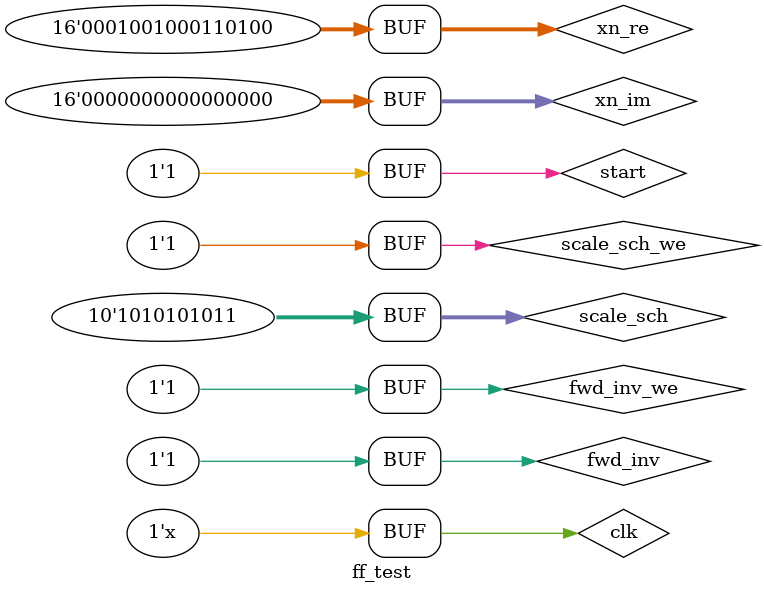
<source format=v>
`timescale 1ns / 1ps


module ff_test;

	// Inputs
	reg clk;
	reg start;
	reg fwd_inv;
	reg fwd_inv_we;
	reg scale_sch_we;
	reg [15:0] xn_re;
	reg [15:0] xn_im;
	reg [9:0] scale_sch;

	// Outputs
	wire rfd;
	wire busy;
	wire edone;
	wire done;
	wire dv;
	wire [9:0] xn_index;
	wire [9:0] xk_index;
	wire [15:0] xk_re;
	wire [15:0] xk_im;

	always #5 clk =! clk;
	
	// Instantiate the Unit Under Test (UUT)
	fft_core uut (
		.clk(clk), 
		.start(start), 
		.fwd_inv(fwd_inv), 
		.fwd_inv_we(fwd_inv_we), 
		.scale_sch_we(scale_sch_we), 
		.rfd(rfd), 
		.busy(busy), 
		.edone(edone), 
		.done(done), 
		.dv(dv), 
		.xn_re(xn_re), 
		.xn_im(xn_im), 
		.scale_sch(scale_sch), 
		.xn_index(xn_index), 
		.xk_index(xk_index), 
		.xk_re(xk_re), 
		.xk_im(xk_im)
	);

	initial begin

		clk = 0;
		start = 0;
		fwd_inv = 0;
		fwd_inv_we = 0;
		scale_sch_we = 0;
		xn_re = 0;
		xn_im = 0;
		scale_sch = 0;

		#150;
		
		start = 1;
		fwd_inv = 1;
		fwd_inv_we = 1;
		scale_sch_we = 1;
		xn_re = 1;
		scale_sch = 1;
		
		
        
		// Add stimulus here
            
      scale_sch = 10'b1010101011;
      xn_re = 32'h00005678;
      #10;
      scale_sch = 10'b1010101011;
      xn_re = 32'h00001121;
      #10;
      scale_sch = 10'b1010101011;
      xn_re = 32'h00001920;
      #10;
      scale_sch = 10'b1010101011;
      xn_re = 32'h00003245;
      #10;
      scale_sch = 10'b1010101011;
      xn_re = 32'h00001516;
      #10;
      scale_sch = 10'b1010101011;
      xn_re = 32'h00003245;
      #10;
		scale_sch = 10'b1010101011;
      xn_re = 32'h00001920;
      #10;
		scale_sch = 10'b1010101011;
      xn_re = 32'h00005678;
      #10;
		scale_sch = 10'b1010101011;
      xn_re = 32'h00001516;
      #10;
		scale_sch = 10'b1010101011;
      xn_re = 32'h00001920;
      #10;
		scale_sch = 10'b1010101011;
      xn_re = 32'h00005678;
      #10;
		scale_sch = 10'b1010101011;
      xn_re = 32'h00003245;
      #10;
		scale_sch = 10'b1010101011;
      xn_re = 32'h00001183;
      #10;
		scale_sch = 10'b1010101011;
      xn_re = 32'h00002348;
      #10;
		scale_sch = 10'b1010101011;
      xn_re = 32'h00005673;
      #10;
		scale_sch = 10'b1010101011;
      xn_re = 32'h00001234;
      #10;

      
	end
      
endmodule


</source>
